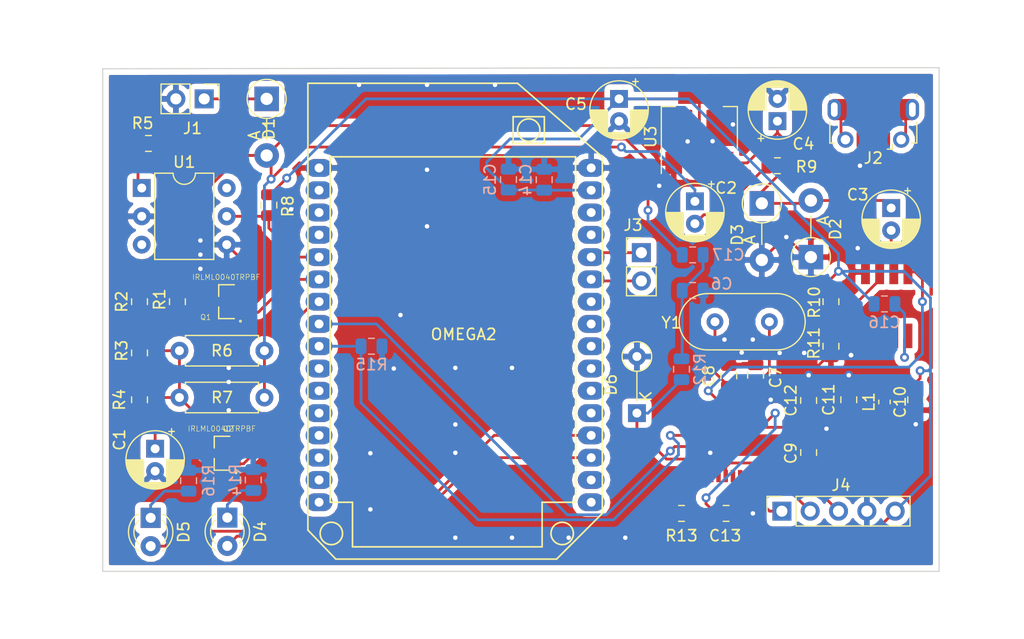
<source format=kicad_pcb>
(kicad_pcb (version 20171130) (host pcbnew 5.0.1-33cea8e~67~ubuntu16.04.1)
  (layers (0 F.Cu signal) (31 B.Cu signal) (34 B.Paste user) (35 F.Paste user) (36 B.SilkS user) (37 F.SilkS user) (38 B.Mask user) (39 F.Mask user) (44 Edge.Cuts user))
  (net 0 "")
  (net 1 "Net-(C1-Pad1)")
  (net 2 GND)
  (net 3 "Net-(C2-Pad2)")
  (net 4 DOMOPHONE)
  (net 5 "Net-(C3-Pad1)")
  (net 6 SOUND_IN)
  (net 7 "Net-(C4-Pad1)")
  (net 8 +3V3)
  (net 9 "Net-(J2-Pad6)")
  (net 10 "Net-(J3-Pad1)")
  (net 11 "Net-(J3-Pad2)")
  (net 12 "Net-(J4-Pad2)")
  (net 13 "Net-(J4-Pad3)")
  (net 14 UART_OMEGA_RX)
  (net 15 OPEN_PHONE)
  (net 16 IS_CALL)
  (net 17 OPEN_DOOR)
  (net 18 "Net-(Q1-Pad3)")
  (net 19 "Net-(Q2-Pad3)")
  (net 20 "Net-(R1-Pad1)")
  (net 21 "Net-(R5-Pad1)")
  (net 22 "Net-(R10-Pad2)")
  (net 23 "Net-(C7-Pad2)")
  (net 24 "Net-(C8-Pad1)")
  (net 25 "Net-(C11-Pad1)")
  (net 26 "Net-(C13-Pad2)")
  (net 27 "Net-(D1-Pad1)")
  (net 28 UART_OMEGA_TX)
  (net 29 PWM)
  (net 30 "Net-(D4-Pad1)")
  (net 31 "Net-(D4-Pad2)")
  (net 32 "Net-(D5-Pad2)")
  (net 33 "Net-(D5-Pad1)")
  (net 34 "Net-(C16-Pad2)")
  (net 35 "Net-(C17-Pad1)")
  (module omega:ONION_OMEGA2 (layer F.Cu) (at 109.7 60.8)
    (fp_text reference OMEGA2 (at 12.96422 14.93518) (layer F.SilkS))
    (fp_text value Onion_Omega2)
    (pad 17 thru_hole oval (at 24.4 30) (size 2.4 1.6) (drill 0.8) (layers *.Cu *.Mask))
    (pad 18 thru_hole oval (at 24.4 28) (size 2.4 1.6) (drill 0.8) (layers *.Cu *.Mask))
    (pad 19 thru_hole oval (at 24.4 26) (size 2.4 1.6) (drill 0.8) (layers *.Cu *.Mask) (net 31 "Net-(D4-Pad2)"))
    (pad 20 thru_hole oval (at 24.4 24) (size 2.4 1.6) (drill 0.8) (layers *.Cu *.Mask) (net 32 "Net-(D5-Pad2)"))
    (pad 21 thru_hole oval (at 24.4 22) (size 2.4 1.6) (drill 0.8) (layers *.Cu *.Mask))
    (pad 22 thru_hole oval (at 24.4 20) (size 2.4 1.6) (drill 0.8) (layers *.Cu *.Mask))
    (pad 23 thru_hole oval (at 24.4 18) (size 2.4 1.6) (drill 0.8) (layers *.Cu *.Mask))
    (pad 24 thru_hole oval (at 24.4 16) (size 2.4 1.6) (drill 0.8) (layers *.Cu *.Mask))
    (pad 25 thru_hole oval (at 24.4 14) (size 2.4 1.6) (drill 0.8) (layers *.Cu *.Mask))
    (pad 26 thru_hole oval (at 24.4 12) (size 2.4 1.6) (drill 0.8) (layers *.Cu *.Mask))
    (pad 27 thru_hole oval (at 24.4 10) (size 2.4 1.6) (drill 0.8) (layers *.Cu *.Mask) (net 11 "Net-(J3-Pad2)"))
    (pad 28 thru_hole oval (at 24.4 8) (size 2.4 1.6) (drill 0.8) (layers *.Cu *.Mask) (net 10 "Net-(J3-Pad1)"))
    (pad 29 thru_hole oval (at 24.4 6) (size 2.4 1.6) (drill 0.8) (layers *.Cu *.Mask))
    (pad 30 thru_hole oval (at 24.4 4) (size 2.4 1.6) (drill 0.8) (layers *.Cu *.Mask))
    (pad 31 thru_hole oval (at 24.4 2) (size 2.4 1.6) (drill 0.8) (layers *.Cu *.Mask) (net 8 +3V3))
    (pad 32 thru_hole oval (at 24.4 0) (size 2.4 1.6) (drill 0.8) (layers *.Cu *.Mask) (net 2 GND))
    (pad 16 thru_hole oval (at 0 30) (size 2.4 1.6) (drill 0.8) (layers *.Cu *.Mask))
    (pad 15 thru_hole oval (at 0 28) (size 2.4 1.6) (drill 0.8) (layers *.Cu *.Mask))
    (pad 14 thru_hole oval (at 0 26) (size 2.4 1.6) (drill 0.8) (layers *.Cu *.Mask))
    (pad 13 thru_hole oval (at 0 24) (size 2.4 1.6) (drill 0.8) (layers *.Cu *.Mask))
    (pad 12 thru_hole oval (at 0 22) (size 2.4 1.6) (drill 0.8) (layers *.Cu *.Mask))
    (pad 11 thru_hole oval (at 0 20) (size 2.4 1.6) (drill 0.8) (layers *.Cu *.Mask))
    (pad 10 thru_hole oval (at 0 18) (size 2.4 1.6) (drill 0.8) (layers *.Cu *.Mask))
    (pad 9 thru_hole oval (at 0 16) (size 2.4 1.6) (drill 0.8) (layers *.Cu *.Mask) (net 28 UART_OMEGA_TX))
    (pad 8 thru_hole oval (at 0 14) (size 2.4 1.6) (drill 0.8) (layers *.Cu *.Mask) (net 14 UART_OMEGA_RX))
    (pad 7 thru_hole oval (at 0 12) (size 2.4 1.6) (drill 0.8) (layers *.Cu *.Mask) (net 15 OPEN_PHONE))
    (pad 6 thru_hole oval (at 0 10) (size 2.4 1.6) (drill 0.8) (layers *.Cu *.Mask) (net 17 OPEN_DOOR))
    (pad 5 thru_hole oval (at 0 8) (size 2.4 1.6) (drill 0.8) (layers *.Cu *.Mask) (net 16 IS_CALL))
    (pad 4 thru_hole oval (at 0 6) (size 2.4 1.6) (drill 0.8) (layers *.Cu *.Mask))
    (pad 3 thru_hole oval (at 0 4) (size 2.4 1.6) (drill 0.8) (layers *.Cu *.Mask))
    (pad 2 thru_hole oval (at 0 2) (size 2.4 1.6) (drill 0.8) (layers *.Cu *.Mask))
    (pad 1 thru_hole oval (at 0 0) (size 2.4 1.6) (drill 0.8) (layers *.Cu *.Mask) (net 2 GND))
  )
  (module Capacitor_THT:CP_Radial_D5.0mm_P2.00mm (layer F.Cu) (at 95 86 270)
    (fp_text reference C1 (at -0.8 3.2 270) (layer F.SilkS))
    (fp_text value 10MK)
    (pad 2 thru_hole circle (at 2 0 270) (size 1.6 1.6) (drill 0.8) (layers *.Cu *.Mask) (net 2 GND))
    (pad 1 thru_hole rect (at 0 0 270) (size 1.6 1.6) (drill 0.8) (layers *.Cu *.Mask) (net 1 "Net-(C1-Pad1)"))
  )
  (module Capacitor_THT:CP_Radial_D5.0mm_P2.00mm (layer F.Cu) (at 143.4 63.8 270)
    (fp_text reference C2 (at -1.2 -2.8) (layer F.SilkS))
    (fp_text value 1MK)
    (pad 1 thru_hole rect (at 0 0 270) (size 1.6 1.6) (drill 0.8) (layers *.Cu *.Mask) (net 4 DOMOPHONE))
    (pad 2 thru_hole circle (at 2 0 270) (size 1.6 1.6) (drill 0.8) (layers *.Cu *.Mask) (net 3 "Net-(C2-Pad2)"))
  )
  (module Capacitor_THT:CP_Radial_D5.0mm_P2.00mm (layer F.Cu) (at 161 64.4 270)
    (fp_text reference C3 (at -1.2 3) (layer F.SilkS))
    (fp_text value 1MK)
    (pad 2 thru_hole circle (at 2 0 270) (size 1.6 1.6) (drill 0.8) (layers *.Cu *.Mask) (net 6 SOUND_IN))
    (pad 1 thru_hole rect (at 0 0 270) (size 1.6 1.6) (drill 0.8) (layers *.Cu *.Mask) (net 5 "Net-(C3-Pad1)"))
  )
  (module Capacitor_THT:CP_Radial_D5.0mm_P2.00mm (layer F.Cu) (at 150.8 56.6 90)
    (fp_text reference C4 (at -2.04606 2.32898 180) (layer F.SilkS))
    (fp_text value 10MK)
    (pad 1 thru_hole rect (at 0 0 90) (size 1.6 1.6) (drill 0.8) (layers *.Cu *.Mask) (net 7 "Net-(C4-Pad1)"))
    (pad 2 thru_hole circle (at 2 0 90) (size 1.6 1.6) (drill 0.8) (layers *.Cu *.Mask) (net 2 GND))
  )
  (module Capacitor_THT:CP_Radial_D5.0mm_P2.00mm (layer F.Cu) (at 136.6 54.6 270)
    (fp_text reference C5 (at 0.47228 3.87484) (layer F.SilkS))
    (fp_text value 22MK)
    (pad 1 thru_hole rect (at 0 0 270) (size 1.6 1.6) (drill 0.8) (layers *.Cu *.Mask) (net 8 +3V3))
    (pad 2 thru_hole circle (at 2 0 270) (size 1.6 1.6) (drill 0.8) (layers *.Cu *.Mask) (net 2 GND))
  )
  (module Capacitor_SMD:C_0805_2012Metric (layer F.Cu) (at 153.6 86.3375 270)
    (fp_text reference C9 (at 0.0625 1.6 270) (layer F.SilkS))
    (fp_text value 0.1uF)
    (pad 1 smd roundrect (at -0.9375 0 270) (size 0.975 1.4) (layers F.Cu F.Paste F.Mask) (net 2 GND))
    (pad 2 smd roundrect (at 0.9375 0 270) (size 0.975 1.4) (layers F.Cu F.Paste F.Mask) (net 8 +3V3))
  )
  (module Capacitor_SMD:C_0805_2012Metric (layer F.Cu) (at 163.2 81.6 270)
    (fp_text reference C10 (at 0.2 1.4 270) (layer F.SilkS))
    (fp_text value 0.1uF)
    (pad 2 smd roundrect (at 0.9375 0 270) (size 0.975 1.4) (layers F.Cu F.Paste F.Mask) (net 2 GND))
    (pad 1 smd roundrect (at -0.9375 0 270) (size 0.975 1.4) (layers F.Cu F.Paste F.Mask) (net 8 +3V3))
  )
  (module Capacitor_SMD:C_0805_2012Metric (layer F.Cu) (at 157.2 81.6 90)
    (fp_text reference C11 (at 0 -1.8 90) (layer F.SilkS))
    (fp_text value 0.1uF)
    (pad 1 smd roundrect (at -0.9375 0 90) (size 0.975 1.4) (layers F.Cu F.Paste F.Mask) (net 25 "Net-(C11-Pad1)"))
    (pad 2 smd roundrect (at 0.9375 0 90) (size 0.975 1.4) (layers F.Cu F.Paste F.Mask) (net 2 GND))
  )
  (module Capacitor_SMD:C_0805_2012Metric (layer F.Cu) (at 153.6 81.6625 90)
    (fp_text reference C12 (at 0 -1.6 90) (layer F.SilkS))
    (fp_text value 0.01uF)
    (pad 2 smd roundrect (at 0.9375 0 90) (size 0.975 1.4) (layers F.Cu F.Paste F.Mask) (net 2 GND))
    (pad 1 smd roundrect (at -0.9375 0 90) (size 0.975 1.4) (layers F.Cu F.Paste F.Mask) (net 25 "Net-(C11-Pad1)"))
  )
  (module Diode_THT:D_DO-41_SOD81_P5.08mm_Vertical_AnodeUp (layer F.Cu) (at 105 54.6 270)
    (fp_text reference D1 (at 2.7 -0.2 270) (layer F.SilkS))
    (fp_text value DIODE)
    (fp_text user A (at 3.28 1.1 270) (layer F.SilkS))
    (pad 1 thru_hole rect (at 0 0 270) (size 2.2 2.2) (drill 1.1) (layers *.Cu *.Mask) (net 27 "Net-(D1-Pad1)"))
    (pad 2 thru_hole oval (at 5.08 0 270) (size 2.2 2.2) (drill 1.1) (layers *.Cu *.Mask) (net 4 DOMOPHONE))
  )
  (module Diode_THT:D_DO-41_SOD81_P5.08mm_Vertical_AnodeUp (layer F.Cu) (at 153.8 68.8 90)
    (fp_text reference D2 (at 2.5 2.2 -90) (layer F.SilkS))
    (fp_text value DIODE)
    (fp_text user A (at 3.28 1.1 90) (layer F.SilkS))
    (pad 2 thru_hole oval (at 5.08 0 90) (size 2.2 2.2) (drill 1.1) (layers *.Cu *.Mask) (net 5 "Net-(C3-Pad1)"))
    (pad 1 thru_hole rect (at 0 0 90) (size 2.2 2.2) (drill 1.1) (layers *.Cu *.Mask) (net 2 GND))
  )
  (module Diode_THT:D_DO-41_SOD81_P5.08mm_Vertical_AnodeUp (layer F.Cu) (at 149.4 63.978306 270)
    (fp_text reference D3 (at 2.821694 2.2 90) (layer F.SilkS))
    (fp_text value DIODE)
    (fp_text user A (at 3.28 1.1 270) (layer F.SilkS))
    (pad 1 thru_hole rect (at 0 0 270) (size 2.2 2.2) (drill 1.1) (layers *.Cu *.Mask) (net 5 "Net-(C3-Pad1)"))
    (pad 2 thru_hole oval (at 5.08 0 270) (size 2.2 2.2) (drill 1.1) (layers *.Cu *.Mask) (net 2 GND))
  )
  (module Connector_PinHeader_2.54mm:PinHeader_1x02_P2.54mm_Vertical (layer F.Cu) (at 99.4 54.6 270)
    (fp_text reference J1 (at 2.64652 1.04866) (layer F.SilkS))
    (fp_text value Conn_01x02_Male)
    (pad 2 thru_hole oval (at 0 2.54 270) (size 1.7 1.7) (drill 1) (layers *.Cu *.Mask) (net 2 GND))
    (pad 1 thru_hole rect (at 0 0 270) (size 1.7 1.7) (drill 1) (layers *.Cu *.Mask) (net 27 "Net-(D1-Pad1)"))
  )
  (module Connector_PinHeader_2.54mm:PinHeader_1x02_P2.54mm_Vertical (layer F.Cu) (at 138.6 68.4)
    (fp_text reference J3 (at -0.74404 -2.47176) (layer F.SilkS))
    (fp_text value Conn_01x02_Female)
    (pad 1 thru_hole rect (at 0 0) (size 1.7 1.7) (drill 1) (layers *.Cu *.Mask) (net 10 "Net-(J3-Pad1)"))
    (pad 2 thru_hole oval (at 0 2.54) (size 1.7 1.7) (drill 1) (layers *.Cu *.Mask) (net 11 "Net-(J3-Pad2)"))
  )
  (module Capacitor_SMD:C_0603_1608Metric (layer F.Cu) (at 160.4 81.8 270)
    (fp_text reference L1 (at 0 1.4 270) (layer F.SilkS))
    (fp_text value BLM18HG102SN1D)
    (pad 1 smd roundrect (at -0.7875 0 270) (size 0.875 0.95) (layers F.Cu F.Paste F.Mask) (net 8 +3V3))
    (pad 2 smd roundrect (at 0.7875 0 270) (size 0.875 0.95) (layers F.Cu F.Paste F.Mask) (net 25 "Net-(C11-Pad1)"))
  )
  (module IRLML0040TRPBF:SOT95P237X112-3N (layer F.Cu) (at 101.4 72.8 180)
    (fp_text reference Q1 (at 1.8701 -1.39594 180) (layer F.SilkS) (effects (font (size 0.481512 0.481512) (thickness 0.05))))
    (fp_text value IRLML0040TRPBF (at 0.024058 2.20057 180) (layer F.SilkS) (effects (font (size 0.481174 0.481174) (thickness 0.05))))
    (pad 3 smd rect (at 1.025 0) (size 1.3 0.59) (layers F.Cu F.Paste F.Mask) (net 18 "Net-(Q1-Pad3)"))
    (pad 2 smd rect (at -1.025 0.95) (size 1.3 0.59) (layers F.Cu F.Paste F.Mask) (net 2 GND))
    (pad 1 smd rect (at -1.025 -0.95) (size 1.3 0.59) (layers F.Cu F.Paste F.Mask) (net 17 OPEN_DOOR))
  )
  (module IRLML0040TRPBF:SOT95P237X112-3N (layer F.Cu) (at 101 86.4 180)
    (fp_text reference Q2 (at -0.54412 2.1863 180) (layer F.SilkS) (effects (font (size 0.481512 0.481512) (thickness 0.05))))
    (fp_text value IRLML0040TRPBF (at 0.024058 2.20057 180) (layer F.SilkS) (effects (font (size 0.481174 0.481174) (thickness 0.05))))
    (pad 1 smd rect (at -1.025 -0.95) (size 1.3 0.59) (layers F.Cu F.Paste F.Mask) (net 15 OPEN_PHONE))
    (pad 2 smd rect (at -1.025 0.95) (size 1.3 0.59) (layers F.Cu F.Paste F.Mask) (net 2 GND))
    (pad 3 smd rect (at 1.025 0) (size 1.3 0.59) (layers F.Cu F.Paste F.Mask) (net 19 "Net-(Q2-Pad3)"))
  )
  (module Resistor_SMD:R_0805_2012Metric (layer F.Cu) (at 97 72.8 90)
    (fp_text reference R1 (at 0.2 -1.6 90) (layer F.SilkS))
    (fp_text value 300)
    (pad 1 smd roundrect (at -0.9375 0 90) (size 0.975 1.4) (layers F.Cu F.Paste F.Mask) (net 20 "Net-(R1-Pad1)"))
    (pad 2 smd roundrect (at 0.9375 0 90) (size 0.975 1.4) (layers F.Cu F.Paste F.Mask) (net 18 "Net-(Q1-Pad3)"))
  )
  (module Resistor_SMD:R_0805_2012Metric (layer F.Cu) (at 93.6 72.8 270)
    (fp_text reference R2 (at 0 1.6 270) (layer F.SilkS))
    (fp_text value 220)
    (pad 1 smd roundrect (at -0.9375 0 270) (size 0.975 1.4) (layers F.Cu F.Paste F.Mask) (net 4 DOMOPHONE))
    (pad 2 smd roundrect (at 0.9375 0 270) (size 0.975 1.4) (layers F.Cu F.Paste F.Mask) (net 20 "Net-(R1-Pad1)"))
  )
  (module Resistor_SMD:R_0805_2012Metric (layer F.Cu) (at 93.6 77.4 270)
    (fp_text reference R3 (at -0.2 1.6 270) (layer F.SilkS))
    (fp_text value 220)
    (pad 2 smd roundrect (at 0.9375 0 270) (size 0.975 1.4) (layers F.Cu F.Paste F.Mask) (net 19 "Net-(Q2-Pad3)"))
    (pad 1 smd roundrect (at -0.9375 0 270) (size 0.975 1.4) (layers F.Cu F.Paste F.Mask) (net 20 "Net-(R1-Pad1)"))
  )
  (module Resistor_SMD:R_0805_2012Metric (layer F.Cu) (at 93.6 81.6 270)
    (fp_text reference R4 (at 0 1.8 270) (layer F.SilkS))
    (fp_text value 220)
    (pad 2 smd roundrect (at 0.9375 0 270) (size 0.975 1.4) (layers F.Cu F.Paste F.Mask) (net 1 "Net-(C1-Pad1)"))
    (pad 1 smd roundrect (at -0.9375 0 270) (size 0.975 1.4) (layers F.Cu F.Paste F.Mask) (net 19 "Net-(Q2-Pad3)"))
  )
  (module Resistor_SMD:R_0805_2012Metric (layer F.Cu) (at 94.4 58.6)
    (fp_text reference R5 (at -0.52414 -1.81068) (layer F.SilkS))
    (fp_text value 2K)
    (pad 1 smd roundrect (at -0.9375 0) (size 0.975 1.4) (layers F.Cu F.Paste F.Mask) (net 21 "Net-(R5-Pad1)"))
    (pad 2 smd roundrect (at 0.9375 0) (size 0.975 1.4) (layers F.Cu F.Paste F.Mask) (net 4 DOMOPHONE))
  )
  (module Resistor_THT:R_Axial_DIN0207_L6.3mm_D2.5mm_P7.62mm_Horizontal (layer F.Cu) (at 104.8 77.2 180)
    (fp_text reference R6 (at 3.81 0 180) (layer F.SilkS))
    (fp_text value 100)
    (pad 1 thru_hole circle (at 0 0 180) (size 1.6 1.6) (drill 0.8) (layers *.Cu *.Mask) (net 4 DOMOPHONE))
    (pad 2 thru_hole oval (at 7.62 0 180) (size 1.6 1.6) (drill 0.8) (layers *.Cu *.Mask) (net 19 "Net-(Q2-Pad3)"))
  )
  (module Resistor_THT:R_Axial_DIN0207_L6.3mm_D2.5mm_P7.62mm_Horizontal (layer F.Cu) (at 104.8 81.4 180)
    (fp_text reference R7 (at 3.8 0 180) (layer F.SilkS))
    (fp_text value 100)
    (pad 2 thru_hole oval (at 7.62 0 180) (size 1.6 1.6) (drill 0.8) (layers *.Cu *.Mask) (net 19 "Net-(Q2-Pad3)"))
    (pad 1 thru_hole circle (at 0 0 180) (size 1.6 1.6) (drill 0.8) (layers *.Cu *.Mask) (net 4 DOMOPHONE))
  )
  (module Resistor_SMD:R_0805_2012Metric (layer F.Cu) (at 105.2 64.1375 270)
    (fp_text reference R8 (at 0.1 -1.7 270) (layer F.SilkS))
    (fp_text value 10K)
    (pad 2 smd roundrect (at 0.9375 0 270) (size 0.975 1.4) (layers F.Cu F.Paste F.Mask) (net 16 IS_CALL))
    (pad 1 smd roundrect (at -0.9375 0 270) (size 0.975 1.4) (layers F.Cu F.Paste F.Mask) (net 8 +3V3))
  )
  (module Resistor_SMD:R_0805_2012Metric (layer F.Cu) (at 150.8 60.6 180)
    (fp_text reference R9 (at -2.60838 -0.09584 180) (layer F.SilkS))
    (fp_text value 10K)
    (pad 1 smd roundrect (at -0.9375 0 180) (size 0.975 1.4) (layers F.Cu F.Paste F.Mask) (net 5 "Net-(C3-Pad1)"))
    (pad 2 smd roundrect (at 0.9375 0 180) (size 0.975 1.4) (layers F.Cu F.Paste F.Mask) (net 3 "Net-(C2-Pad2)"))
  )
  (module Resistor_SMD:R_0805_2012Metric (layer F.Cu) (at 155.6 72.8 270)
    (fp_text reference R10 (at 0.0599 1.49566 270) (layer F.SilkS))
    (fp_text value 100K)
    (pad 1 smd roundrect (at -0.9375 0 270) (size 0.975 1.4) (layers F.Cu F.Paste F.Mask) (net 8 +3V3))
    (pad 2 smd roundrect (at 0.9375 0 270) (size 0.975 1.4) (layers F.Cu F.Paste F.Mask) (net 22 "Net-(R10-Pad2)"))
  )
  (module Resistor_SMD:R_0805_2012Metric (layer F.Cu) (at 155.6 76.8 270)
    (fp_text reference R11 (at -0.27234 1.53122 270) (layer F.SilkS))
    (fp_text value 100K)
    (pad 2 smd roundrect (at 0.9375 0 270) (size 0.975 1.4) (layers F.Cu F.Paste F.Mask) (net 2 GND))
    (pad 1 smd roundrect (at -0.9375 0 270) (size 0.975 1.4) (layers F.Cu F.Paste F.Mask) (net 22 "Net-(R10-Pad2)"))
  )
  (module Resistor_SMD:R_0805_2012Metric (layer B.Cu) (at 114.4 76.8)
    (fp_text reference R15 (at 0 1.65) (layer B.SilkS) (effects (justify mirror)))
    (fp_text value 10K)
    (pad 1 smd roundrect (at -0.9375 0) (size 0.975 1.4) (layers B.Cu B.Paste B.Mask) (net 28 UART_OMEGA_TX))
    (pad 2 smd roundrect (at 0.9375 0) (size 0.975 1.4) (layers B.Cu B.Paste B.Mask) (net 2 GND))
  )
  (module Package_DIP:DIP-6_W7.62mm (layer F.Cu) (at 93.8 62.6)
    (fp_text reference U1 (at 3.81 -2.33) (layer F.SilkS))
    (fp_text value 4N35)
    (pad 1 thru_hole rect (at 0 0) (size 1.6 1.6) (drill 0.8) (layers *.Cu *.Mask) (net 21 "Net-(R5-Pad1)"))
    (pad 4 thru_hole oval (at 7.62 5.08) (size 1.6 1.6) (drill 0.8) (layers *.Cu *.Mask) (net 2 GND))
    (pad 2 thru_hole oval (at 0 2.54) (size 1.6 1.6) (drill 0.8) (layers *.Cu *.Mask) (net 2 GND))
    (pad 5 thru_hole oval (at 7.62 2.54) (size 1.6 1.6) (drill 0.8) (layers *.Cu *.Mask) (net 16 IS_CALL))
    (pad 3 thru_hole oval (at 0 5.08) (size 1.6 1.6) (drill 0.8) (layers *.Cu *.Mask))
    (pad 6 thru_hole oval (at 7.62 0) (size 1.6 1.6) (drill 0.8) (layers *.Cu *.Mask))
  )
  (module Package_TO_SOT_SMD:SOT-223-3_TabPin2 (layer F.Cu) (at 143.8 57.2 90)
    (fp_text reference U3 (at -0.80344 -4.3667 90) (layer F.SilkS))
    (fp_text value AMS1117-3.3)
    (pad 2 smd rect (at 3.15 0 90) (size 2 3.8) (layers F.Cu F.Paste F.Mask) (net 8 +3V3))
    (pad 2 smd rect (at -3.15 0 90) (size 2 1.5) (layers F.Cu F.Paste F.Mask) (net 8 +3V3))
    (pad 3 smd rect (at -3.15 2.3 90) (size 2 1.5) (layers F.Cu F.Paste F.Mask) (net 7 "Net-(C4-Pad1)"))
    (pad 1 smd rect (at -3.15 -2.3 90) (size 2 1.5) (layers F.Cu F.Paste F.Mask) (net 2 GND))
  )
  (module Capacitor_SMD:C_0805_2012Metric (layer B.Cu) (at 143.2 71.8 180)
    (fp_text reference C6 (at -2.6 0.6 180) (layer B.SilkS) (effects (justify mirror)))
    (fp_text value 0.1мкф)
    (pad 1 smd roundrect (at -0.9375 0 180) (size 0.975 1.4) (layers B.Cu B.Paste B.Mask) (net 2 GND))
    (pad 2 smd roundrect (at 0.9375 0 180) (size 0.975 1.4) (layers B.Cu B.Paste B.Mask) (net 35 "Net-(C17-Pad1)"))
  )
  (module Resistor_SMD:R_0805_2012Metric (layer B.Cu) (at 142.2 78.8625 90)
    (fp_text reference R12 (at 0 1.65 90) (layer B.SilkS) (effects (justify mirror)))
    (fp_text value 3.9K)
    (pad 1 smd roundrect (at -0.9375 0 90) (size 0.975 1.4) (layers B.Cu B.Paste B.Mask) (net 29 PWM))
    (pad 2 smd roundrect (at 0.9375 0 90) (size 0.975 1.4) (layers B.Cu B.Paste B.Mask) (net 35 "Net-(C17-Pad1)"))
  )
  (module Capacitor_SMD:C_0805_2012Metric (layer F.Cu) (at 148.840096 79.4 270)
    (fp_text reference C7 (at 0.2 -1.8 270) (layer F.SilkS))
    (fp_text value 22p)
    (pad 1 smd roundrect (at -0.9375 0 270) (size 0.975 1.4) (layers F.Cu F.Paste F.Mask) (net 2 GND))
    (pad 2 smd roundrect (at 0.9375 0 270) (size 0.975 1.4) (layers F.Cu F.Paste F.Mask) (net 23 "Net-(C7-Pad2)"))
  )
  (module Capacitor_SMD:C_0805_2012Metric (layer F.Cu) (at 146.440096 79.4625 90)
    (fp_text reference C8 (at 0 -1.8 90) (layer F.SilkS))
    (fp_text value 22p)
    (pad 2 smd roundrect (at 0.9375 0 90) (size 0.975 1.4) (layers F.Cu F.Paste F.Mask) (net 2 GND))
    (pad 1 smd roundrect (at -0.9375 0 90) (size 0.975 1.4) (layers F.Cu F.Paste F.Mask) (net 24 "Net-(C8-Pad1)"))
  )
  (module Capacitor_SMD:C_0805_2012Metric (layer F.Cu) (at 146.2 91.8 180)
    (fp_text reference C13 (at 0.0865 -2.0022 180) (layer F.SilkS))
    (fp_text value 0.1uF)
    (pad 1 smd roundrect (at -0.9375 0 180) (size 0.975 1.4) (layers F.Cu F.Paste F.Mask) (net 2 GND))
    (pad 2 smd roundrect (at 0.9375 0 180) (size 0.975 1.4) (layers F.Cu F.Paste F.Mask) (net 26 "Net-(C13-Pad2)"))
  )
  (module Resistor_SMD:R_0805_2012Metric (layer F.Cu) (at 142.2 91.8)
    (fp_text reference R13 (at 0 2) (layer F.SilkS))
    (fp_text value 100K)
    (pad 1 smd roundrect (at -0.9375 0) (size 0.975 1.4) (layers F.Cu F.Paste F.Mask) (net 8 +3V3))
    (pad 2 smd roundrect (at 0.9375 0) (size 0.975 1.4) (layers F.Cu F.Paste F.Mask) (net 26 "Net-(C13-Pad2)"))
  )
  (module kicad-libraries:TSSOP20 (layer F.Cu) (at 145.840096 85.6 180)
    (fp_text reference U4)
    (fp_text value STM32F030F4Px)
    (pad 1 smd rect (at -2.92354 2.84988) (size 0.39878 1.09982) (layers F.Cu F.Paste F.Mask) (net 2 GND))
    (pad 2 smd rect (at -2.2733 2.84988) (size 0.39878 1.09982) (layers F.Cu F.Paste F.Mask) (net 23 "Net-(C7-Pad2)"))
    (pad 3 smd rect (at -1.62306 2.84988) (size 0.39878 1.09982) (layers F.Cu F.Paste F.Mask) (net 24 "Net-(C8-Pad1)"))
    (pad 4 smd rect (at -0.97282 2.84988) (size 0.39878 1.09982) (layers F.Cu F.Paste F.Mask) (net 26 "Net-(C13-Pad2)"))
    (pad 5 smd rect (at -0.32258 2.84988) (size 0.39878 1.09982) (layers F.Cu F.Paste F.Mask) (net 25 "Net-(C11-Pad1)"))
    (pad 6 smd rect (at 0.32258 2.84988) (size 0.39878 1.09982) (layers F.Cu F.Paste F.Mask) (net 6 SOUND_IN))
    (pad 7 smd rect (at 0.97282 2.84988) (size 0.39878 1.09982) (layers F.Cu F.Paste F.Mask))
    (pad 8 smd rect (at 1.62306 2.84988) (size 0.39878 1.09982) (layers F.Cu F.Paste F.Mask) (net 14 UART_OMEGA_RX))
    (pad 9 smd rect (at 2.2733 2.84988) (size 0.39878 1.09982) (layers F.Cu F.Paste F.Mask) (net 28 UART_OMEGA_TX))
    (pad 10 smd rect (at 2.92354 2.84988) (size 0.39878 1.09982) (layers F.Cu F.Paste F.Mask))
    (pad 11 smd rect (at 2.92354 -2.84988 180) (size 0.39878 1.09982) (layers F.Cu F.Paste F.Mask))
    (pad 12 smd rect (at 2.2733 -2.84988 180) (size 0.39878 1.09982) (layers F.Cu F.Paste F.Mask) (net 29 PWM))
    (pad 13 smd rect (at 1.62306 -2.84988 180) (size 0.39878 1.09982) (layers F.Cu F.Paste F.Mask))
    (pad 14 smd rect (at 0.97282 -2.84988 180) (size 0.39878 1.09982) (layers F.Cu F.Paste F.Mask))
    (pad 15 smd rect (at 0.32258 -2.84988 180) (size 0.39878 1.09982) (layers F.Cu F.Paste F.Mask) (net 2 GND))
    (pad 16 smd rect (at -0.32258 -2.84988 180) (size 0.39878 1.09982) (layers F.Cu F.Paste F.Mask) (net 8 +3V3))
    (pad 17 smd rect (at -0.97282 -2.84988 180) (size 0.39878 1.09982) (layers F.Cu F.Paste F.Mask))
    (pad 18 smd rect (at -1.62306 -2.84988 180) (size 0.39878 1.09982) (layers F.Cu F.Paste F.Mask))
    (pad 19 smd rect (at -2.2733 -2.84988 180) (size 0.39878 1.09982) (layers F.Cu F.Paste F.Mask) (net 12 "Net-(J4-Pad2)"))
    (pad 20 smd rect (at -2.92354 -2.84988 180) (size 0.39878 1.09982) (layers F.Cu F.Paste F.Mask) (net 13 "Net-(J4-Pad3)"))
  )
  (module Crystal:Crystal_HC49-U_Vertical (layer F.Cu) (at 145.2 74.6)
    (fp_text reference Y1 (at -3.8998 0.09378) (layer F.SilkS))
    (fp_text value Crystal)
    (pad 1 thru_hole circle (at 0 0) (size 1.5 1.5) (drill 0.8) (layers *.Cu *.Mask) (net 24 "Net-(C8-Pad1)"))
    (pad 2 thru_hole circle (at 4.88 0) (size 1.5 1.5) (drill 0.8) (layers *.Cu *.Mask) (net 23 "Net-(C7-Pad2)"))
  )
  (module Resistor_SMD:R_0805_2012Metric (layer B.Cu) (at 103.8 88.8 270)
    (fp_text reference R14 (at 0 1.6 270) (layer B.SilkS) (effects (justify mirror)))
    (fp_text value 200)
    (pad 2 smd roundrect (at 0.9375 0 270) (size 0.975 1.4) (layers B.Cu B.Paste B.Mask) (net 30 "Net-(D4-Pad1)"))
    (pad 1 smd roundrect (at -0.9375 0 270) (size 0.975 1.4) (layers B.Cu B.Paste B.Mask) (net 2 GND))
  )
  (module Resistor_SMD:R_0805_2012Metric (layer B.Cu) (at 98 88.8625 270)
    (fp_text reference R16 (at 0 -1.8 270) (layer B.SilkS) (effects (justify mirror)))
    (fp_text value 200)
    (pad 1 smd roundrect (at -0.9375 0 270) (size 0.975 1.4) (layers B.Cu B.Paste B.Mask) (net 2 GND))
    (pad 2 smd roundrect (at 0.9375 0 270) (size 0.975 1.4) (layers B.Cu B.Paste B.Mask) (net 33 "Net-(D5-Pad1)"))
  )
  (module LEDs:LED_D3.0mm (layer F.Cu) (at 101.473 92.1766 270)
    (fp_text reference D4 (at 1.27 -2.96 270) (layer F.SilkS))
    (fp_text value LED)
    (pad 1 thru_hole rect (at 0 0 270) (size 1.8 1.8) (drill 0.9) (layers *.Cu *.Mask) (net 30 "Net-(D4-Pad1)"))
    (pad 2 thru_hole circle (at 2.54 0 270) (size 1.8 1.8) (drill 0.9) (layers *.Cu *.Mask) (net 31 "Net-(D4-Pad2)"))
  )
  (module LEDs:LED_D3.0mm (layer F.Cu) (at 94.6 92.2 270)
    (fp_text reference D5 (at 1.27 -2.96 270) (layer F.SilkS))
    (fp_text value LED)
    (pad 2 thru_hole circle (at 2.54 0 270) (size 1.8 1.8) (drill 0.9) (layers *.Cu *.Mask) (net 32 "Net-(D5-Pad2)"))
    (pad 1 thru_hole rect (at 0 0 270) (size 1.8 1.8) (drill 0.9) (layers *.Cu *.Mask) (net 33 "Net-(D5-Pad1)"))
  )
  (module kicad-libraries:SO-8 (layer F.Cu) (at 160.6 73 180)
    (fp_text reference U2)
    (fp_text value LM358)
    (pad 1 smd rect (at -1.90246 2.86766) (size 0.79756 2.19964) (layers F.Cu F.Paste F.Mask) (net 6 SOUND_IN))
    (pad 2 smd rect (at -0.63246 2.86766) (size 0.79756 2.19964) (layers F.Cu F.Paste F.Mask) (net 6 SOUND_IN))
    (pad 3 smd rect (at 0.63246 2.86766) (size 0.79756 2.19964) (layers F.Cu F.Paste F.Mask) (net 22 "Net-(R10-Pad2)"))
    (pad 4 smd rect (at 1.90246 2.86766) (size 0.79756 2.19964) (layers F.Cu F.Paste F.Mask) (net 2 GND))
    (pad 5 smd rect (at 1.90246 -2.86766 180) (size 0.79756 2.19964) (layers F.Cu F.Paste F.Mask))
    (pad 6 smd rect (at 0.63246 -2.86766 180) (size 0.79756 2.19964) (layers F.Cu F.Paste F.Mask))
    (pad 7 smd rect (at -0.63246 -2.86766 180) (size 0.79756 2.19964) (layers F.Cu F.Paste F.Mask))
    (pad 8 smd rect (at -1.90246 -2.86766 180) (size 0.79756 2.19964) (layers F.Cu F.Paste F.Mask) (net 34 "Net-(C16-Pad2)"))
  )
  (module Capacitor_SMD:C_0805_2012Metric (layer B.Cu) (at 129.88544 61.85662 270)
    (fp_text reference C14 (at 0 1.65 270) (layer B.SilkS) (effects (justify mirror)))
    (fp_text value 0.1мкф)
    (pad 1 smd roundrect (at -0.9375 0 270) (size 0.975 1.4) (layers B.Cu B.Paste B.Mask) (net 2 GND))
    (pad 2 smd roundrect (at 0.9375 0 270) (size 0.975 1.4) (layers B.Cu B.Paste B.Mask) (net 8 +3V3))
  )
  (module Capacitor_SMD:C_0805_2012Metric (layer B.Cu) (at 126.68504 61.84162 270)
    (fp_text reference C15 (at 0 1.65 270) (layer B.SilkS) (effects (justify mirror)))
    (fp_text value 0.01)
    (pad 2 smd roundrect (at 0.9375 0 270) (size 0.975 1.4) (layers B.Cu B.Paste B.Mask) (net 8 +3V3))
    (pad 1 smd roundrect (at -0.9375 0 270) (size 0.975 1.4) (layers B.Cu B.Paste B.Mask) (net 2 GND))
  )
  (module Capacitor_SMD:C_0805_2012Metric (layer B.Cu) (at 160.4 73)
    (fp_text reference C16 (at 0 1.65) (layer B.SilkS) (effects (justify mirror)))
    (fp_text value 0.1)
    (pad 1 smd roundrect (at -0.9375 0) (size 0.975 1.4) (layers B.Cu B.Paste B.Mask) (net 8 +3V3))
    (pad 2 smd roundrect (at 0.9375 0) (size 0.975 1.4) (layers B.Cu B.Paste B.Mask) (net 34 "Net-(C16-Pad2)"))
  )
  (module Connector_PinSocket_2.54mm:PinSocket_1x05_P2.54mm_Vertical (layer F.Cu) (at 151.2 91.6 90)
    (fp_text reference J4 (at 2.3317 5.30464 180) (layer F.SilkS))
    (fp_text value Conn_01x05_Female)
    (pad 1 thru_hole rect (at 0 0 90) (size 1.7 1.7) (drill 1) (layers *.Cu *.Mask) (net 26 "Net-(C13-Pad2)"))
    (pad 2 thru_hole oval (at 0 2.54 90) (size 1.7 1.7) (drill 1) (layers *.Cu *.Mask) (net 12 "Net-(J4-Pad2)"))
    (pad 3 thru_hole oval (at 0 5.08 90) (size 1.7 1.7) (drill 1) (layers *.Cu *.Mask) (net 13 "Net-(J4-Pad3)"))
    (pad 4 thru_hole oval (at 0 7.62 90) (size 1.7 1.7) (drill 1) (layers *.Cu *.Mask) (net 2 GND))
    (pad 5 thru_hole oval (at 0 10.16 90) (size 1.7 1.7) (drill 1) (layers *.Cu *.Mask) (net 8 +3V3))
  )
  (module Capacitor_SMD:C_0805_2012Metric (layer B.Cu) (at 143.2 68.6 180)
    (fp_text reference C17 (at -3.2 0 180) (layer B.SilkS) (effects (justify mirror)))
    (fp_text value 0.1)
    (pad 1 smd roundrect (at -0.9375 0 180) (size 0.975 1.4) (layers B.Cu B.Paste B.Mask) (net 35 "Net-(C17-Pad1)"))
    (pad 2 smd roundrect (at 0.9375 0 180) (size 0.975 1.4) (layers B.Cu B.Paste B.Mask) (net 4 DOMOPHONE))
  )
  (module Diode_THT:D_DO-35_SOD27_P5.08mm_Vertical_KathodeUp (layer F.Cu) (at 138.2 82.8 90)
    (fp_text reference D6 (at 2.54 -2.326371 90) (layer F.SilkS))
    (fp_text value D_Zener)
    (fp_text user K (at 1.5 0.8 90) (layer F.SilkS))
    (pad 1 thru_hole rect (at 0 0 90) (size 1.6 1.6) (drill 0.8) (layers *.Cu *.Mask) (net 29 PWM))
    (pad 2 thru_hole oval (at 5.08 0 90) (size 1.6 1.6) (drill 0.8) (layers *.Cu *.Mask) (net 2 GND))
  )
  (module Connector_USB:USB_Micro-B_Molex-105017-0001 (layer F.Cu) (at 159.4 56.8 180)
    (fp_text reference J2 (at 0 -3.1125 180) (layer F.SilkS))
    (fp_text value USB_B_Micro)
    (pad 6 smd rect (at 1 1.2375 180) (size 1.5 1.9) (layers F.Cu F.Paste F.Mask) (net 9 "Net-(J2-Pad6)"))
    (pad 6 thru_hole circle (at -2.5 -1.4625 180) (size 1.45 1.45) (drill 0.85) (layers *.Cu *.Mask) (net 9 "Net-(J2-Pad6)"))
    (pad 2 smd rect (at -0.65 -1.4625 180) (size 0.4 1.35) (layers F.Cu F.Paste F.Mask))
    (pad 1 smd rect (at -1.3 -1.4625 180) (size 0.4 1.35) (layers F.Cu F.Paste F.Mask) (net 7 "Net-(C4-Pad1)"))
    (pad 5 smd rect (at 1.3 -1.4625 180) (size 0.4 1.35) (layers F.Cu F.Paste F.Mask) (net 2 GND))
    (pad 4 smd rect (at 0.65 -1.4625 180) (size 0.4 1.35) (layers F.Cu F.Paste F.Mask))
    (pad 3 smd rect (at 0 -1.4625 180) (size 0.4 1.35) (layers F.Cu F.Paste F.Mask))
    (pad 6 thru_hole circle (at 2.5 -1.4625 180) (size 1.45 1.45) (drill 0.85) (layers *.Cu *.Mask) (net 9 "Net-(J2-Pad6)"))
    (pad 6 smd rect (at -1 1.2375 180) (size 1.5 1.9) (layers F.Cu F.Paste F.Mask) (net 9 "Net-(J2-Pad6)"))
    (pad 6 thru_hole oval (at -3.5 1.2375) (size 1.2 1.9) (drill oval 0.6 1.3) (layers *.Cu *.Mask) (net 9 "Net-(J2-Pad6)"))
    (pad 6 thru_hole oval (at 3.5 1.2375 180) (size 1.2 1.9) (drill oval 0.6 1.3) (layers *.Cu *.Mask) (net 9 "Net-(J2-Pad6)"))
    (pad 6 smd rect (at 2.9 1.2375 180) (size 1.2 1.9) (layers F.Cu F.Mask) (net 9 "Net-(J2-Pad6)"))
    (pad 6 smd rect (at -2.9 1.2375 180) (size 1.2 1.9) (layers F.Cu F.Mask) (net 9 "Net-(J2-Pad6)"))
  )
  (gr_line (start 165.3 51.8) (end 150.3 51.8) (layer Edge.Cuts) (width 0.1))
  (gr_line (start 165.3 97) (end 165.3 51.8) (layer Edge.Cuts) (width 0.1))
  (gr_line (start 150.3 97) (end 165.3 97) (layer Edge.Cuts) (width 0.1))
  (gr_line (start 90.3 51.9) (end 90.3 52) (layer Edge.Cuts) (width 0.1))
  (gr_line (start 150.3 51.8) (end 90.3 51.9) (layer Edge.Cuts) (width 0.1))
  (gr_line (start 90.3 97) (end 150.3 97) (layer Edge.Cuts) (width 0.1))
  (gr_line (start 90.3 97) (end 90.3 52) (layer Edge.Cuts) (width 0.1))
  (segment (start 95 83.9375) (end 93.6 82.5375) (width 0.25) (layer F.Cu) (net 1))
  (segment (start 95 86) (end 95 83.9375) (width 0.25) (layer F.Cu) (net 1))
  (via (at 148.59 76.2) (size 0.8) (drill 0.4) (layers F.Cu B.Cu) (net 2))
  (via (at 146.05 76.2) (size 0.8) (drill 0.4) (layers F.Cu B.Cu) (net 2))
  (via (at 121.92 86.36) (size 0.8) (drill 0.4) (layers F.Cu B.Cu) (net 2))
  (via (at 153.2 77.4) (size 0.8) (drill 0.4) (layers F.Cu B.Cu) (net 2))
  (via (at 151 77.4) (size 0.8) (drill 0.4) (layers F.Cu B.Cu) (net 2))
  (via (at 114.3 86.4) (size 0.8) (drill 0.4) (layers F.Cu B.Cu) (net 2))
  (via (at 117 74) (size 0.8) (drill 0.4) (layers F.Cu B.Cu) (net 2))
  (via (at 116.4 78.8) (size 0.8) (drill 0.4) (layers F.Cu B.Cu) (net 2))
  (via (at 150.2 81.6) (size 0.8) (drill 0.4) (layers F.Cu B.Cu) (net 2))
  (via (at 157.4 77.6) (size 0.8) (drill 0.4) (layers F.Cu B.Cu) (net 2))
  (via (at 158 68) (size 0.8) (drill 0.4) (layers F.Cu B.Cu) (net 2))
  (via (at 151.6 67) (size 0.8) (drill 0.4) (layers F.Cu B.Cu) (net 2))
  (via (at 158.2 60.6) (size 0.8) (drill 0.4) (layers F.Cu B.Cu) (net 2))
  (segment (start 102.425 68.685) (end 101.42 67.68) (width 0.25) (layer F.Cu) (net 2))
  (segment (start 102.425 71.85) (end 102.425 68.685) (width 0.25) (layer F.Cu) (net 2))
  (segment (start 158.2 58.8) (end 158.1 58.7) (width 0.25) (layer F.Cu) (net 2))
  (segment (start 158.2 60.6) (end 158.2 58.8) (width 0.25) (layer F.Cu) (net 2))
  (via (at 140.2 62.4) (size 0.8) (drill 0.4) (layers F.Cu B.Cu) (net 2))
  (segment (start 140.2 61.9) (end 140.2 62.4) (width 0.25) (layer F.Cu) (net 2))
  (segment (start 141.5 60.6) (end 140.2 61.9) (width 0.25) (layer F.Cu) (net 2))
  (segment (start 141.5 60.35) (end 141.5 60.6) (width 0.25) (layer F.Cu) (net 2))
  (segment (start 151.458306 67) (end 151.6 67) (width 0.25) (layer F.Cu) (net 2))
  (segment (start 149.4 69.058306) (end 151.458306 67) (width 0.25) (layer F.Cu) (net 2))
  (segment (start 153.4 68.8) (end 153.8 68.8) (width 0.25) (layer F.Cu) (net 2))
  (segment (start 151.6 67) (end 153.4 68.8) (width 0.25) (layer F.Cu) (net 2))
  (segment (start 157.2625 77.7375) (end 157.4 77.6) (width 0.25) (layer F.Cu) (net 2))
  (segment (start 155.6 77.7375) (end 156.2 77.7375) (width 0.25) (layer F.Cu) (net 2))
  (segment (start 156.2 77.7375) (end 157.2625 77.7375) (width 0.25) (layer F.Cu) (net 2))
  (via (at 153.6 79.4) (size 0.8) (drill 0.4) (layers F.Cu B.Cu) (net 2))
  (via (at 157.2 79.4) (size 0.8) (drill 0.4) (layers F.Cu B.Cu) (net 2))
  (via (at 157.4 77.6) (size 0.8) (drill 0.4) (layers F.Cu B.Cu) (net 2))
  (via (at 157.4 77.6) (size 0.8) (drill 0.4) (layers F.Cu B.Cu) (net 2))
  (via (at 163.2 83.8) (size 0.8) (drill 0.4) (layers F.Cu B.Cu) (net 2))
  (via (at 155.2 84.2) (size 0.8) (drill 0.4) (layers F.Cu B.Cu) (net 2))
  (segment (start 154 85.4) (end 155.2 84.2) (width 0.25) (layer F.Cu) (net 2))
  (segment (start 153.6 85.4) (end 154 85.4) (width 0.25) (layer F.Cu) (net 2))
  (segment (start 163.2 82.5375) (end 163.2 83.8) (width 0.25) (layer F.Cu) (net 2))
  (segment (start 152.8 85.4) (end 153.6 85.4) (width 0.25) (layer F.Cu) (net 2))
  (segment (start 147.767486 85.4) (end 152.8 85.4) (width 0.25) (layer F.Cu) (net 2))
  (segment (start 145.517516 87.64997) (end 147.167486 86) (width 0.25) (layer F.Cu) (net 2))
  (segment (start 145.517516 88.44988) (end 145.517516 87.64997) (width 0.25) (layer F.Cu) (net 2))
  (segment (start 148.763636 81.95021) (end 149.113846 81.6) (width 0.25) (layer F.Cu) (net 2))
  (segment (start 148.763636 82.75012) (end 148.763636 81.95021) (width 0.25) (layer F.Cu) (net 2))
  (segment (start 149.113846 81.6) (end 150.2 81.6) (width 0.25) (layer F.Cu) (net 2))
  (segment (start 153.6 80.725) (end 153.6 79.4) (width 0.25) (layer F.Cu) (net 2))
  (segment (start 146.440096 78.525) (end 147.6 77.365096) (width 0.25) (layer F.Cu) (net 2))
  (via (at 147.6 77.365096) (size 0.8) (drill 0.4) (layers F.Cu B.Cu) (net 2))
  (segment (start 147.742692 77.365096) (end 148.840096 78.4625) (width 0.25) (layer F.Cu) (net 2))
  (segment (start 147.6 77.365096) (end 147.742692 77.365096) (width 0.25) (layer F.Cu) (net 2))
  (segment (start 157.2 79.4) (end 157.2 80.6625) (width 0.25) (layer F.Cu) (net 2))
  (segment (start 147.167486 86) (end 147.767486 85.4) (width 0.25) (layer F.Cu) (net 2))
  (via (at 148.6 91.8) (size 0.8) (drill 0.4) (layers F.Cu B.Cu) (net 2))
  (segment (start 148.6 91.8) (end 147.1375 91.8) (width 0.25) (layer F.Cu) (net 2))
  (segment (start 115.3375 77.6) (end 116.5375 78.8) (width 0.25) (layer B.Cu) (net 2))
  (segment (start 115.3375 76.8) (end 115.3375 77.6) (width 0.25) (layer B.Cu) (net 2))
  (segment (start 157.4 79.2) (end 157.2 79.4) (width 0.25) (layer F.Cu) (net 2))
  (segment (start 157.4 77.6) (end 157.4 79.2) (width 0.25) (layer F.Cu) (net 2))
  (segment (start 158.69754 68.69754) (end 158 68) (width 0.25) (layer F.Cu) (net 2))
  (segment (start 158.69754 70.13234) (end 158.69754 68.69754) (width 0.25) (layer F.Cu) (net 2))
  (segment (start 155.2625 77.7375) (end 155.6 77.7375) (width 0.25) (layer F.Cu) (net 2))
  (segment (start 153.6 79.4) (end 155.2625 77.7375) (width 0.25) (layer F.Cu) (net 2))
  (via (at 121.92 78.74) (size 0.8) (drill 0.4) (layers F.Cu B.Cu) (net 2))
  (via (at 127 78.74) (size 0.8) (drill 0.4) (layers F.Cu B.Cu) (net 2))
  (via (at 121.92 83.82) (size 0.8) (drill 0.4) (layers F.Cu B.Cu) (net 2))
  (via (at 114.3 91.44) (size 0.8) (drill 0.4) (layers F.Cu B.Cu) (net 2))
  (via (at 121.92 93.98) (size 0.8) (drill 0.4) (layers F.Cu B.Cu) (net 2))
  (via (at 127 93.98) (size 0.8) (drill 0.4) (layers F.Cu B.Cu) (net 2))
  (via (at 132.08 93.98) (size 0.8) (drill 0.4) (layers F.Cu B.Cu) (net 2))
  (via (at 137.16 93.98) (size 0.8) (drill 0.4) (layers F.Cu B.Cu) (net 2))
  (via (at 119.38 66.04) (size 0.8) (drill 0.4) (layers F.Cu B.Cu) (net 2))
  (via (at 119.38 60.96) (size 0.8) (drill 0.4) (layers F.Cu B.Cu) (net 2))
  (via (at 119.38 53.34) (size 0.8) (drill 0.4) (layers F.Cu B.Cu) (net 2))
  (via (at 142.748 58.42) (size 0.8) (drill 0.4) (layers F.Cu B.Cu) (net 2))
  (via (at 144.98574 58.39968) (size 0.8) (drill 0.4) (layers F.Cu B.Cu) (net 2))
  (via (at 144.78 86.36) (size 0.8) (drill 0.4) (layers F.Cu B.Cu) (net 2))
  (via (at 101.6 82.55) (size 0.8) (drill 0.4) (layers F.Cu B.Cu) (net 2))
  (via (at 101.6 80.01) (size 0.8) (drill 0.4) (layers F.Cu B.Cu) (net 2))
  (via (at 101.6 78.74) (size 0.8) (drill 0.4) (layers F.Cu B.Cu) (net 2))
  (via (at 99.06 69.85) (size 0.8) (drill 0.4) (layers F.Cu B.Cu) (net 2))
  (via (at 99.06 68.58) (size 0.8) (drill 0.4) (layers F.Cu B.Cu) (net 2))
  (via (at 99.06 67.31) (size 0.8) (drill 0.4) (layers F.Cu B.Cu) (net 2))
  (via (at 107.188 64.516) (size 0.8) (drill 0.4) (layers F.Cu B.Cu) (net 2))
  (via (at 125.476 53.34) (size 0.8) (drill 0.4) (layers F.Cu B.Cu) (net 2))
  (via (at 113.284 53.34) (size 0.8) (drill 0.4) (layers F.Cu B.Cu) (net 2))
  (via (at 146.812 56.896) (size 0.8) (drill 0.4) (layers F.Cu B.Cu) (net 2))
  (segment (start 130.00456 60.8) (end 129.88544 60.91912) (width 0.25) (layer B.Cu) (net 2))
  (segment (start 134.1 60.8) (end 130.00456 60.8) (width 0.25) (layer B.Cu) (net 2))
  (segment (start 126.70004 60.91912) (end 126.68504 60.90412) (width 0.25) (layer B.Cu) (net 2))
  (segment (start 129.88544 60.91912) (end 126.70004 60.91912) (width 0.25) (layer B.Cu) (net 2))
  (segment (start 149.306263 61.156237) (end 149.8625 60.6) (width 0.25) (layer F.Cu) (net 3))
  (segment (start 144.199999 65.000001) (end 145.462499 65.000001) (width 0.25) (layer F.Cu) (net 3))
  (segment (start 145.462499 65.000001) (end 149.306263 61.156237) (width 0.25) (layer F.Cu) (net 3))
  (segment (start 143.4 65.8) (end 144.199999 65.000001) (width 0.25) (layer F.Cu) (net 3))
  (via (at 105.4 61.8) (size 0.8) (drill 0.4) (layers F.Cu B.Cu) (net 4))
  (segment (start 96.4175 59.68) (end 95.3375 58.6) (width 0.25) (layer F.Cu) (net 4))
  (segment (start 105 59.68) (end 96.4175 59.68) (width 0.25) (layer F.Cu) (net 4))
  (segment (start 104.8 62.6) (end 104.8 62.4) (width 0.25) (layer B.Cu) (net 4))
  (segment (start 104.8 62.4) (end 105.4 61.8) (width 0.25) (layer B.Cu) (net 4))
  (segment (start 104.8 62.6) (end 104.8 77.2) (width 0.25) (layer B.Cu) (net 4))
  (segment (start 105.4 60.08) (end 105 59.68) (width 0.25) (layer F.Cu) (net 4))
  (segment (start 105.4 61.8) (end 105.4 60.08) (width 0.25) (layer F.Cu) (net 4))
  (segment (start 104.8 78.33137) (end 104.8 81.4) (width 0.25) (layer F.Cu) (net 4))
  (segment (start 104.8 77.2) (end 104.8 78.33137) (width 0.25) (layer F.Cu) (net 4))
  (segment (start 93.6 71.8625) (end 96.8625 68.6) (width 0.25) (layer F.Cu) (net 4))
  (segment (start 102.674998 59.68) (end 103.444366 59.68) (width 0.25) (layer F.Cu) (net 4))
  (segment (start 96.8625 65.492498) (end 102.674998 59.68) (width 0.25) (layer F.Cu) (net 4))
  (segment (start 103.444366 59.68) (end 105 59.68) (width 0.25) (layer F.Cu) (net 4))
  (segment (start 96.8625 68.6) (end 96.8625 65.492498) (width 0.25) (layer F.Cu) (net 4))
  (segment (start 108.274999 58.925001) (end 136.6 58.925001) (width 0.25) (layer F.Cu) (net 4))
  (segment (start 105.4 61.8) (end 108.274999 58.925001) (width 0.25) (layer F.Cu) (net 4))
  (segment (start 136.6 58.925001) (end 136.810003 58.925001) (width 0.25) (layer F.Cu) (net 4))
  (via (at 136.810003 58.925001) (size 0.8) (drill 0.4) (layers F.Cu B.Cu) (net 4))
  (segment (start 139.975 59.325) (end 143.4 62.75) (width 0.25) (layer B.Cu) (net 4))
  (segment (start 143.4 62.75) (end 143.4 63.8) (width 0.25) (layer B.Cu) (net 4))
  (segment (start 137.210002 59.325) (end 139.975 59.325) (width 0.25) (layer B.Cu) (net 4))
  (segment (start 136.810003 58.925001) (end 137.210002 59.325) (width 0.25) (layer B.Cu) (net 4))
  (segment (start 105 59.68) (end 107.68 57) (width 0.25) (layer F.Cu) (net 4))
  (segment (start 134.885002 57) (end 136.085002 58.2) (width 0.25) (layer F.Cu) (net 4))
  (segment (start 107.68 57) (end 134.885002 57) (width 0.25) (layer F.Cu) (net 4))
  (segment (start 136.085002 58.2) (end 137.2 58.2) (width 0.25) (layer F.Cu) (net 4))
  (segment (start 137.2 58.2) (end 138.6 59.6) (width 0.25) (layer F.Cu) (net 4))
  (segment (start 138.6 59.6) (end 139.2 60.2) (width 0.25) (layer F.Cu) (net 4))
  (segment (start 139.2 60.2) (end 139.2 64.6) (width 0.25) (layer F.Cu) (net 4))
  (via (at 139.2 64.6) (size 0.8) (drill 0.4) (layers F.Cu B.Cu) (net 4))
  (segment (start 139.2 65.5375) (end 142.2625 68.6) (width 0.25) (layer B.Cu) (net 4))
  (segment (start 139.2 64.6) (end 139.2 65.5375) (width 0.25) (layer B.Cu) (net 4))
  (segment (start 149.4 62.9375) (end 149.4 63.978306) (width 0.25) (layer F.Cu) (net 5))
  (segment (start 151.7375 60.6) (end 149.4 62.9375) (width 0.25) (layer F.Cu) (net 5))
  (segment (start 153.541694 63.978306) (end 153.8 63.72) (width 0.25) (layer F.Cu) (net 5))
  (segment (start 149.4 63.978306) (end 153.541694 63.978306) (width 0.25) (layer F.Cu) (net 5))
  (segment (start 160.32 63.72) (end 161 64.4) (width 0.25) (layer F.Cu) (net 5))
  (segment (start 153.8 63.72) (end 160.32 63.72) (width 0.25) (layer F.Cu) (net 5))
  (via (at 163.8 72.8) (size 0.8) (drill 0.4) (layers F.Cu B.Cu) (net 6))
  (segment (start 161 69.89988) (end 161.23246 70.13234) (width 0.25) (layer F.Cu) (net 6))
  (segment (start 161 66.4) (end 161 69.89988) (width 0.25) (layer F.Cu) (net 6))
  (segment (start 161.23246 70.13234) (end 162.50246 70.13234) (width 0.25) (layer F.Cu) (net 6))
  (segment (start 163.8 70.7811) (end 163.15124 70.13234) (width 0.25) (layer F.Cu) (net 6))
  (segment (start 163.15124 70.13234) (end 162.50246 70.13234) (width 0.25) (layer F.Cu) (net 6))
  (segment (start 163.8 72.8) (end 163.8 70.7811) (width 0.25) (layer F.Cu) (net 6))
  (via (at 144.6 80.8) (size 0.8) (drill 0.4) (layers F.Cu B.Cu) (net 6))
  (segment (start 145.517516 81.717516) (end 144.6 80.8) (width 0.25) (layer F.Cu) (net 6))
  (segment (start 145.517516 82.75012) (end 145.517516 81.717516) (width 0.25) (layer F.Cu) (net 6))
  (segment (start 163.8 72.8) (end 163.8 75.43641) (width 0.25) (layer B.Cu) (net 6))
  (segment (start 163.8 77.473002) (end 163.8 75.43641) (width 0.25) (layer B.Cu) (net 6))
  (segment (start 162.598003 78.674999) (end 162.8 78.473002) (width 0.25) (layer B.Cu) (net 6))
  (segment (start 144.6 80.8) (end 146.725001 78.674999) (width 0.25) (layer B.Cu) (net 6))
  (segment (start 146.725001 78.674999) (end 162.598003 78.674999) (width 0.25) (layer B.Cu) (net 6))
  (segment (start 162.8 78.473002) (end 163.8 77.473002) (width 0.25) (layer B.Cu) (net 6))
  (segment (start 147.1 60.35) (end 146.1 60.35) (width 0.25) (layer F.Cu) (net 7))
  (segment (start 148.1 60.35) (end 147.1 60.35) (width 0.25) (layer F.Cu) (net 7))
  (segment (start 150.8 57.65) (end 148.1 60.35) (width 0.25) (layer F.Cu) (net 7))
  (segment (start 160.7 59.6) (end 160.7 58.7) (width 0.25) (layer F.Cu) (net 7))
  (segment (start 160.7 59.773002) (end 160.7 59.6) (width 0.25) (layer F.Cu) (net 7))
  (segment (start 155.075001 61.925001) (end 158.548001 61.925001) (width 0.25) (layer F.Cu) (net 7))
  (segment (start 158.548001 61.925001) (end 160.7 59.773002) (width 0.25) (layer F.Cu) (net 7))
  (segment (start 150.8 57.65) (end 155.075001 61.925001) (width 0.25) (layer F.Cu) (net 7))
  (segment (start 150.8 56.6) (end 150.8 57.65) (width 0.25) (layer F.Cu) (net 7))
  (via (at 163.6 79) (size 0.8) (drill 0.4) (layers F.Cu B.Cu) (net 8))
  (segment (start 143.8 60.1) (end 143.8 60.35) (width 0.25) (layer F.Cu) (net 8))
  (segment (start 156.274999 68.489997) (end 156.274999 70.074999) (width 0.25) (layer B.Cu) (net 8))
  (segment (start 152.374999 64.168303) (end 152.374999 64.589997) (width 0.25) (layer B.Cu) (net 8))
  (segment (start 142.806696 54.6) (end 152.374999 64.168303) (width 0.25) (layer B.Cu) (net 8))
  (segment (start 152.374999 64.589997) (end 156.274999 68.489997) (width 0.25) (layer B.Cu) (net 8))
  (via (at 156.274999 70.074999) (size 0.8) (drill 0.4) (layers F.Cu B.Cu) (net 8))
  (segment (start 155.6 70.749998) (end 156.274999 70.074999) (width 0.25) (layer F.Cu) (net 8))
  (segment (start 155.6 71.8625) (end 155.6 70.749998) (width 0.25) (layer F.Cu) (net 8))
  (segment (start 162.643763 81.587731) (end 162.643763 81.218737) (width 0.25) (layer F.Cu) (net 8))
  (segment (start 156.956494 87.275) (end 162.643763 81.587731) (width 0.25) (layer F.Cu) (net 8))
  (segment (start 162.643763 81.218737) (end 163.2 80.6625) (width 0.25) (layer F.Cu) (net 8))
  (segment (start 153.6 87.275) (end 156.956494 87.275) (width 0.25) (layer F.Cu) (net 8))
  (segment (start 143.8 59.1) (end 143.8 54.05) (width 0.25) (layer F.Cu) (net 8))
  (segment (start 143.8 60.35) (end 143.8 59.1) (width 0.25) (layer F.Cu) (net 8))
  (segment (start 156.537499 70.074999) (end 156.274999 70.074999) (width 0.25) (layer B.Cu) (net 8))
  (segment (start 159.4625 73) (end 156.537499 70.074999) (width 0.25) (layer B.Cu) (net 8))
  (via (at 106.8 61.708996) (size 0.8) (drill 0.4) (layers F.Cu B.Cu) (net 8))
  (segment (start 105.308996 63.2) (end 106.8 61.708996) (width 0.25) (layer F.Cu) (net 8))
  (segment (start 105.2 63.2) (end 105.308996 63.2) (width 0.25) (layer F.Cu) (net 8))
  (segment (start 152.8 87.275) (end 153.6 87.275) (width 0.25) (layer F.Cu) (net 8))
  (segment (start 146.537646 87.275) (end 152.8 87.275) (width 0.25) (layer F.Cu) (net 8))
  (segment (start 146.162676 87.64997) (end 146.537646 87.275) (width 0.25) (layer F.Cu) (net 8))
  (segment (start 146.162676 88.44988) (end 146.162676 87.64997) (width 0.25) (layer F.Cu) (net 8))
  (segment (start 156.840684 70.074999) (end 156.274999 70.074999) (width 0.25) (layer B.Cu) (net 8))
  (segment (start 162.148001 70.074999) (end 156.840684 70.074999) (width 0.25) (layer B.Cu) (net 8))
  (segment (start 164.525001 72.451999) (end 162.148001 70.074999) (width 0.25) (layer B.Cu) (net 8))
  (segment (start 161.36 91.6) (end 164.525001 88.434999) (width 0.25) (layer B.Cu) (net 8))
  (segment (start 162.85 81.0125) (end 163.2 80.6625) (width 0.25) (layer F.Cu) (net 8))
  (segment (start 160.4 81.0125) (end 162.85 81.0125) (width 0.25) (layer F.Cu) (net 8))
  (segment (start 163.2 80.075) (end 163.6 79.675001) (width 0.25) (layer F.Cu) (net 8))
  (segment (start 163.6 79.675001) (end 163.6 79) (width 0.25) (layer F.Cu) (net 8))
  (segment (start 163.2 80.6625) (end 163.2 80.075) (width 0.25) (layer F.Cu) (net 8))
  (segment (start 164.325001 79) (end 164.525001 78.8) (width 0.25) (layer B.Cu) (net 8))
  (segment (start 163.6 79) (end 164.325001 79) (width 0.25) (layer B.Cu) (net 8))
  (segment (start 164.525001 78.8) (end 164.525001 72.451999) (width 0.25) (layer B.Cu) (net 8))
  (segment (start 164.525001 88.434999) (end 164.525001 78.8) (width 0.25) (layer B.Cu) (net 8))
  (segment (start 160.510001 92.449999) (end 161.36 91.6) (width 0.25) (layer F.Cu) (net 8))
  (segment (start 158.96 94) (end 160.510001 92.449999) (width 0.25) (layer F.Cu) (net 8))
  (segment (start 143.4625 94) (end 158.96 94) (width 0.25) (layer F.Cu) (net 8))
  (segment (start 141.2625 91.8) (end 143.4625 94) (width 0.25) (layer F.Cu) (net 8))
  (segment (start 143.25016 54.59984) (end 143.8 54.05) (width 0.25) (layer F.Cu) (net 8))
  (segment (start 141.6531 54.6) (end 141.65326 54.59984) (width 0.25) (layer F.Cu) (net 8))
  (segment (start 136.6 54.6) (end 141.6531 54.6) (width 0.25) (layer F.Cu) (net 8))
  (segment (start 113.908996 54.6) (end 106.8 61.708996) (width 0.25) (layer B.Cu) (net 8))
  (segment (start 136.6 54.6) (end 113.908996 54.6) (width 0.25) (layer B.Cu) (net 8))
  (segment (start 143.25 54.6) (end 143.8 54.05) (width 0.25) (layer F.Cu) (net 8))
  (segment (start 141.6531 54.6) (end 143.25 54.6) (width 0.25) (layer F.Cu) (net 8))
  (segment (start 142.806696 54.6) (end 136.6 54.6) (width 0.25) (layer B.Cu) (net 8))
  (segment (start 136.6 54.6) (end 133 58.2) (width 0.25) (layer B.Cu) (net 8))
  (segment (start 133 58.2) (end 126.81868 58.2) (width 0.25) (layer B.Cu) (net 8))
  (segment (start 124.73432 60.8284) (end 126.68504 62.77912) (width 0.25) (layer B.Cu) (net 8))
  (segment (start 126.81868 58.2) (end 124.73432 60.28436) (width 0.25) (layer B.Cu) (net 8))
  (segment (start 124.73432 60.28436) (end 124.73432 60.8284) (width 0.25) (layer B.Cu) (net 8))
  (segment (start 129.87044 62.77912) (end 129.88544 62.79412) (width 0.25) (layer B.Cu) (net 8))
  (segment (start 126.68504 62.77912) (end 129.87044 62.77912) (width 0.25) (layer B.Cu) (net 8))
  (segment (start 134.09412 62.79412) (end 134.1 62.8) (width 0.25) (layer B.Cu) (net 8))
  (segment (start 129.88544 62.79412) (end 134.09412 62.79412) (width 0.25) (layer B.Cu) (net 8))
  (segment (start 155.675 55) (end 155.525 54.85) (width 0.25) (layer F.Cu) (net 9))
  (segment (start 156.5 55.5625) (end 158.4 55.5625) (width 0.25) (layer F.Cu) (net 9))
  (segment (start 158.4 55.5625) (end 160.4 55.5625) (width 0.25) (layer F.Cu) (net 9))
  (segment (start 160.4 55.5625) (end 162.9 55.5625) (width 0.25) (layer F.Cu) (net 9))
  (segment (start 162.3 57.8625) (end 161.9 58.2625) (width 0.25) (layer F.Cu) (net 9))
  (segment (start 162.3 55.5625) (end 162.3 57.8625) (width 0.25) (layer F.Cu) (net 9))
  (segment (start 156.5 57.8625) (end 156.9 58.2625) (width 0.25) (layer F.Cu) (net 9))
  (segment (start 156.5 55.5625) (end 156.5 57.8625) (width 0.25) (layer F.Cu) (net 9))
  (segment (start 134.5 68.4) (end 134.1 68.8) (width 0.25) (layer F.Cu) (net 10))
  (segment (start 138.6 68.4) (end 134.5 68.4) (width 0.25) (layer F.Cu) (net 10))
  (segment (start 134.24 70.94) (end 134.1 70.8) (width 0.25) (layer F.Cu) (net 11))
  (segment (start 138.6 70.94) (end 134.24 70.94) (width 0.25) (layer F.Cu) (net 11))
  (segment (start 148.113396 89.24979) (end 148.113396 88.44988) (width 0.25) (layer F.Cu) (net 12))
  (segment (start 151.464791 89.324791) (end 148.188397 89.324791) (width 0.25) (layer F.Cu) (net 12))
  (segment (start 148.188397 89.324791) (end 148.113396 89.24979) (width 0.25) (layer F.Cu) (net 12))
  (segment (start 153.74 91.6) (end 151.464791 89.324791) (width 0.25) (layer F.Cu) (net 12))
  (segment (start 153.12988 88.44988) (end 156.28 91.6) (width 0.25) (layer F.Cu) (net 13))
  (segment (start 148.763636 88.44988) (end 153.12988 88.44988) (width 0.25) (layer F.Cu) (net 13))
  (segment (start 131.96686 91.92501) (end 135.47499 91.92501) (width 0.25) (layer B.Cu) (net 14))
  (segment (start 114.84185 74.8) (end 131.96686 91.92501) (width 0.25) (layer B.Cu) (net 14))
  (segment (start 109.7 74.8) (end 114.84185 74.8) (width 0.25) (layer B.Cu) (net 14))
  (segment (start 135.47499 91.92501) (end 141.2 86.2) (width 0.25) (layer B.Cu) (net 14))
  (via (at 141.2 86.2) (size 0.8) (drill 0.4) (layers F.Cu B.Cu) (net 14))
  (segment (start 144.217036 84.382964) (end 144.217036 82.75012) (width 0.25) (layer F.Cu) (net 14))
  (segment (start 142.799999 85.800001) (end 144.217036 84.382964) (width 0.25) (layer F.Cu) (net 14))
  (segment (start 141.599999 85.800001) (end 142.799999 85.800001) (width 0.25) (layer F.Cu) (net 14))
  (segment (start 141.2 86.2) (end 141.599999 85.800001) (width 0.25) (layer F.Cu) (net 14))
  (segment (start 102.925 87.35) (end 106.8 83.475) (width 0.25) (layer F.Cu) (net 15))
  (segment (start 102.025 87.35) (end 102.925 87.35) (width 0.25) (layer F.Cu) (net 15))
  (segment (start 106.8 83.475) (end 106.8 74.4) (width 0.25) (layer F.Cu) (net 15))
  (segment (start 107.7 74.4) (end 109.3 72.8) (width 0.25) (layer F.Cu) (net 15))
  (segment (start 109.3 72.8) (end 109.7 72.8) (width 0.25) (layer F.Cu) (net 15))
  (segment (start 106.8 74.4) (end 107.7 74.4) (width 0.25) (layer F.Cu) (net 15))
  (segment (start 105.135 65.14) (end 105.2 65.075) (width 0.25) (layer F.Cu) (net 16))
  (segment (start 101.42 65.14) (end 105.135 65.14) (width 0.25) (layer F.Cu) (net 16))
  (segment (start 107.8 68.8) (end 109.7 68.8) (width 0.25) (layer F.Cu) (net 16))
  (segment (start 105.2 66.2) (end 107.8 68.8) (width 0.25) (layer F.Cu) (net 16))
  (segment (start 105.2 65.075) (end 105.2 66.2) (width 0.25) (layer F.Cu) (net 16))
  (segment (start 102.425 73.75) (end 104.25 73.75) (width 0.25) (layer F.Cu) (net 17))
  (segment (start 107.2 70.8) (end 109.7 70.8) (width 0.25) (layer F.Cu) (net 17))
  (segment (start 104.25 73.75) (end 107.2 70.8) (width 0.25) (layer F.Cu) (net 17))
  (segment (start 98.2625 71.8625) (end 97 71.8625) (width 0.25) (layer F.Cu) (net 18))
  (segment (start 99.2 72.8) (end 98.2625 71.8625) (width 0.25) (layer F.Cu) (net 18))
  (segment (start 100.375 72.8) (end 99.2 72.8) (width 0.25) (layer F.Cu) (net 18))
  (segment (start 94.7375 77.2) (end 93.6 78.3375) (width 0.25) (layer F.Cu) (net 19))
  (segment (start 97.18 77.2) (end 94.7375 77.2) (width 0.25) (layer F.Cu) (net 19))
  (segment (start 94.3375 81.4) (end 93.6 80.6625) (width 0.25) (layer F.Cu) (net 19))
  (segment (start 97.18 81.4) (end 94.3375 81.4) (width 0.25) (layer F.Cu) (net 19))
  (segment (start 93.6 78.3375) (end 93.6 80.6625) (width 0.25) (layer F.Cu) (net 19))
  (segment (start 97.18 77.2) (end 97.18 81.4) (width 0.25) (layer F.Cu) (net 19))
  (segment (start 99.975 84.195) (end 97.18 81.4) (width 0.25) (layer F.Cu) (net 19))
  (segment (start 99.975 86.4) (end 99.975 84.195) (width 0.25) (layer F.Cu) (net 19))
  (segment (start 93.6 76.4625) (end 93.6 73.7375) (width 0.25) (layer F.Cu) (net 20))
  (segment (start 93.6 73.7375) (end 97 73.7375) (width 0.25) (layer F.Cu) (net 20))
  (segment (start 93.4625 62.2625) (end 93.8 62.6) (width 0.25) (layer F.Cu) (net 21))
  (segment (start 93.4625 58.6) (end 93.4625 62.2625) (width 0.25) (layer F.Cu) (net 21))
  (segment (start 159.96754 70.83338) (end 159.96754 70.13234) (width 0.25) (layer F.Cu) (net 22))
  (segment (start 156.00092 74.8) (end 159.96754 70.83338) (width 0.25) (layer F.Cu) (net 22))
  (segment (start 155.6 74.8) (end 156.00092 74.8) (width 0.25) (layer F.Cu) (net 22))
  (segment (start 155.6 74.8) (end 155.6 73.7375) (width 0.25) (layer F.Cu) (net 22))
  (segment (start 155.6 75.8625) (end 155.6 74.8) (width 0.25) (layer F.Cu) (net 22))
  (segment (start 150.08 79.097596) (end 150.08 74.6) (width 0.25) (layer F.Cu) (net 23))
  (segment (start 148.840096 80.3375) (end 150.08 79.097596) (width 0.25) (layer F.Cu) (net 23))
  (segment (start 148.113396 81.0642) (end 148.840096 80.3375) (width 0.25) (layer F.Cu) (net 23))
  (segment (start 148.113396 82.75012) (end 148.113396 81.0642) (width 0.25) (layer F.Cu) (net 23))
  (segment (start 147.463156 81.42306) (end 146.440096 80.4) (width 0.25) (layer F.Cu) (net 24))
  (segment (start 147.463156 82.75012) (end 147.463156 81.42306) (width 0.25) (layer F.Cu) (net 24))
  (segment (start 145.2 79.159904) (end 145.2 74.6) (width 0.25) (layer F.Cu) (net 24))
  (segment (start 146.440096 80.4) (end 145.2 79.159904) (width 0.25) (layer F.Cu) (net 24))
  (segment (start 157.1375 82.6) (end 157.2 82.5375) (width 0.25) (layer F.Cu) (net 25))
  (segment (start 153.6 82.6) (end 157.1375 82.6) (width 0.25) (layer F.Cu) (net 25))
  (segment (start 160.35 82.5375) (end 160.4 82.5875) (width 0.25) (layer F.Cu) (net 25))
  (segment (start 157.2 82.5375) (end 160.35 82.5375) (width 0.25) (layer F.Cu) (net 25))
  (segment (start 153.043763 83.156237) (end 153.6 82.6) (width 0.25) (layer F.Cu) (net 25))
  (segment (start 152.124959 84.075041) (end 153.043763 83.156237) (width 0.25) (layer F.Cu) (net 25))
  (segment (start 146.687687 84.075041) (end 152.124959 84.075041) (width 0.25) (layer F.Cu) (net 25))
  (segment (start 146.162676 83.55003) (end 146.687687 84.075041) (width 0.25) (layer F.Cu) (net 25))
  (segment (start 146.162676 82.75012) (end 146.162676 83.55003) (width 0.25) (layer F.Cu) (net 25))
  (via (at 144.4 90.4) (size 0.8) (drill 0.4) (layers F.Cu B.Cu) (net 26))
  (via (at 150.6 82.8) (size 0.8) (drill 0.4) (layers F.Cu B.Cu) (net 26))
  (segment (start 146.887917 83.625031) (end 149.774969 83.625031) (width 0.25) (layer F.Cu) (net 26))
  (segment (start 146.812916 83.55003) (end 146.887917 83.625031) (width 0.25) (layer F.Cu) (net 26))
  (segment (start 146.812916 82.75012) (end 146.812916 83.55003) (width 0.25) (layer F.Cu) (net 26))
  (segment (start 149.774969 83.625031) (end 150.6 82.8) (width 0.25) (layer F.Cu) (net 26))
  (via (at 150.6 82.8) (size 0.8) (drill 0.4) (layers F.Cu B.Cu) (net 26))
  (via (at 150.6 82.8) (size 0.8) (drill 0.4) (layers F.Cu B.Cu) (net 26))
  (segment (start 145.2625 91.8) (end 143.1375 91.8) (width 0.25) (layer F.Cu) (net 26))
  (segment (start 150.1 91.6) (end 151.2 91.6) (width 0.25) (layer F.Cu) (net 26))
  (segment (start 149.27499 90.77499) (end 150.1 91.6) (width 0.25) (layer F.Cu) (net 26))
  (segment (start 146.28751 90.77499) (end 149.27499 90.77499) (width 0.25) (layer F.Cu) (net 26))
  (segment (start 145.2625 91.8) (end 146.28751 90.77499) (width 0.25) (layer F.Cu) (net 26))
  (segment (start 150.6 84.2) (end 144.4 90.4) (width 0.25) (layer B.Cu) (net 26))
  (segment (start 150.6 82.8) (end 150.6 84.2) (width 0.25) (layer B.Cu) (net 26))
  (segment (start 144.4 90.9375) (end 145.2625 91.8) (width 0.25) (layer F.Cu) (net 26))
  (segment (start 144.4 90.4) (end 144.4 90.9375) (width 0.25) (layer F.Cu) (net 26))
  (segment (start 99.4 54.6) (end 105 54.6) (width 0.25) (layer F.Cu) (net 27))
  (segment (start 111.15 76.8) (end 113.4625 76.8) (width 0.25) (layer B.Cu) (net 28))
  (segment (start 109.7 76.8) (end 111.15 76.8) (width 0.25) (layer B.Cu) (net 28))
  (segment (start 113.4625 76.8) (end 113.4625 81.8625) (width 0.25) (layer B.Cu) (net 28))
  (segment (start 113.4625 81.8625) (end 123.97502 92.37502) (width 0.25) (layer B.Cu) (net 28))
  (segment (start 123.97502 92.37502) (end 136.097982 92.37502) (width 0.25) (layer B.Cu) (net 28))
  (segment (start 141.925001 86.548001) (end 141.925001 85.525001) (width 0.25) (layer B.Cu) (net 28))
  (segment (start 136.097982 92.37502) (end 141.925001 86.548001) (width 0.25) (layer B.Cu) (net 28))
  (segment (start 141.925001 85.525001) (end 141.2 84.8) (width 0.25) (layer B.Cu) (net 28))
  (via (at 141.2 84.8) (size 0.8) (drill 0.4) (layers F.Cu B.Cu) (net 28))
  (segment (start 143.566796 83.55003) (end 143.566796 82.75012) (width 0.25) (layer F.Cu) (net 28))
  (segment (start 142.316826 84.8) (end 143.566796 83.55003) (width 0.25) (layer F.Cu) (net 28))
  (segment (start 141.2 84.8) (end 142.316826 84.8) (width 0.25) (layer F.Cu) (net 28))
  (segment (start 139.2 82.8) (end 138.2 82.8) (width 0.25) (layer B.Cu) (net 29))
  (segment (start 142.2 79.8) (end 139.2 82.8) (width 0.25) (layer B.Cu) (net 29))
  (segment (start 138.2 83.85) (end 138.2 82.8) (width 0.25) (layer F.Cu) (net 29))
  (segment (start 138.2 84.273002) (end 138.2 83.85) (width 0.25) (layer F.Cu) (net 29))
  (segment (start 140.851999 86.925001) (end 138.2 84.273002) (width 0.25) (layer F.Cu) (net 29))
  (segment (start 142.841827 86.925001) (end 140.851999 86.925001) (width 0.25) (layer F.Cu) (net 29))
  (segment (start 143.566796 87.64997) (end 142.841827 86.925001) (width 0.25) (layer F.Cu) (net 29))
  (segment (start 143.566796 88.44988) (end 143.566796 87.64997) (width 0.25) (layer F.Cu) (net 29))
  (segment (start 103.3125 89.7375) (end 103.8 89.7375) (width 0.25) (layer B.Cu) (net 30))
  (segment (start 103 89.7375) (end 103.8 89.7375) (width 0.25) (layer B.Cu) (net 30))
  (segment (start 102.7621 89.7375) (end 103 89.7375) (width 0.25) (layer B.Cu) (net 30))
  (segment (start 101.473 91.0266) (end 102.7621 89.7375) (width 0.25) (layer B.Cu) (net 30))
  (segment (start 101.473 92.1766) (end 101.473 91.0266) (width 0.25) (layer B.Cu) (net 30))
  (segment (start 102.337989 93.851611) (end 101.473 94.7166) (width 0.25) (layer F.Cu) (net 31))
  (segment (start 116.984799 93.851611) (end 102.337989 93.851611) (width 0.25) (layer F.Cu) (net 31))
  (segment (start 124.03641 86.8) (end 116.984799 93.851611) (width 0.25) (layer F.Cu) (net 31))
  (segment (start 134.1 86.8) (end 124.03641 86.8) (width 0.25) (layer F.Cu) (net 31))
  (segment (start 125.4 84.8) (end 134.1 84.8) (width 0.25) (layer F.Cu) (net 32))
  (segment (start 97.211191 93.401601) (end 116.798399 93.401601) (width 0.25) (layer F.Cu) (net 32))
  (segment (start 95.872792 94.74) (end 97.211191 93.401601) (width 0.25) (layer F.Cu) (net 32))
  (segment (start 94.6 94.74) (end 95.872792 94.74) (width 0.25) (layer F.Cu) (net 32))
  (segment (start 116.798399 93.401601) (end 116.8654 93.3346) (width 0.25) (layer F.Cu) (net 32))
  (segment (start 116.8654 93.3346) (end 125.4 84.8) (width 0.25) (layer F.Cu) (net 32))
  (segment (start 97.2 89.8) (end 98 89.8) (width 0.25) (layer B.Cu) (net 33))
  (segment (start 95.85 89.8) (end 97.2 89.8) (width 0.25) (layer B.Cu) (net 33))
  (segment (start 94.6 91.05) (end 95.85 89.8) (width 0.25) (layer B.Cu) (net 33))
  (segment (start 94.6 92.2) (end 94.6 91.05) (width 0.25) (layer B.Cu) (net 33))
  (via (at 162.2 77.8) (size 0.8) (drill 0.4) (layers F.Cu B.Cu) (net 34))
  (segment (start 162.2 76.17012) (end 162.50246 75.86766) (width 0.25) (layer F.Cu) (net 34))
  (segment (start 162.2 77.8) (end 162.2 76.17012) (width 0.25) (layer F.Cu) (net 34))
  (segment (start 162.2 73.8625) (end 161.3375 73) (width 0.25) (layer B.Cu) (net 34))
  (segment (start 162.2 77.8) (end 162.2 73.8625) (width 0.25) (layer B.Cu) (net 34))
  (segment (start 144.1375 69.925) (end 144.1375 68.6) (width 0.25) (layer B.Cu) (net 35))
  (segment (start 142.2625 71.8) (end 144.1375 69.925) (width 0.25) (layer B.Cu) (net 35))
  (segment (start 142.2625 77.8625) (end 142.2 77.925) (width 0.25) (layer B.Cu) (net 35))
  (segment (start 142.2625 71.8) (end 142.2625 77.8625) (width 0.25) (layer B.Cu) (net 35))
  (zone (net 2) (net_name GND) (layer F.Cu) (connect_pads (clearance 0.508)) (min_thickness 0.254) (fill yes (arc_segments 16) (thermal_gap 0.508) (thermal_bridge_width 0.508))
    (polygon (pts (xy 87.74938 49.85258) (xy 85.0138 103.07574) (xy 172.92574 102.68458) (xy 169.80154 48.76546)))
  )
  (zone (net 2) (net_name GND) (layer B.Cu) (connect_pads (clearance 0.508)) (min_thickness 0.254) (fill yes (arc_segments 16) (thermal_gap 0.508) (thermal_bridge_width 0.508))
    (polygon (pts (xy 84.75218 48.82388) (xy 81.97342 101.95052) (xy 169.39768 100.71608) (xy 168.78046 45.72762)))
  )
)
</source>
